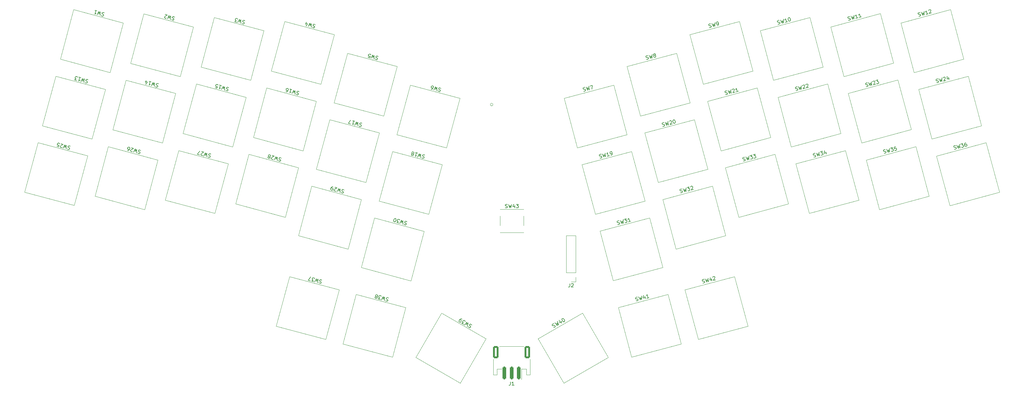
<source format=gto>
G04 #@! TF.GenerationSoftware,KiCad,Pcbnew,(6.0.8-1)-1*
G04 #@! TF.CreationDate,2022-11-12T18:34:57-05:00*
G04 #@! TF.ProjectId,ergo3by6plus3nonSplit,6572676f-3362-4793-9670-6c7573336e6f,rev?*
G04 #@! TF.SameCoordinates,Original*
G04 #@! TF.FileFunction,Legend,Top*
G04 #@! TF.FilePolarity,Positive*
%FSLAX46Y46*%
G04 Gerber Fmt 4.6, Leading zero omitted, Abs format (unit mm)*
G04 Created by KiCad (PCBNEW (6.0.8-1)-1) date 2022-11-12 18:34:57*
%MOMM*%
%LPD*%
G01*
G04 APERTURE LIST*
G04 Aperture macros list*
%AMRoundRect*
0 Rectangle with rounded corners*
0 $1 Rounding radius*
0 $2 $3 $4 $5 $6 $7 $8 $9 X,Y pos of 4 corners*
0 Add a 4 corners polygon primitive as box body*
4,1,4,$2,$3,$4,$5,$6,$7,$8,$9,$2,$3,0*
0 Add four circle primitives for the rounded corners*
1,1,$1+$1,$2,$3*
1,1,$1+$1,$4,$5*
1,1,$1+$1,$6,$7*
1,1,$1+$1,$8,$9*
0 Add four rect primitives between the rounded corners*
20,1,$1+$1,$2,$3,$4,$5,0*
20,1,$1+$1,$4,$5,$6,$7,0*
20,1,$1+$1,$6,$7,$8,$9,0*
20,1,$1+$1,$8,$9,$2,$3,0*%
G04 Aperture macros list end*
%ADD10C,0.150000*%
%ADD11C,0.120000*%
%ADD12R,1.700000X1.700000*%
%ADD13O,1.700000X1.700000*%
%ADD14C,0.939800*%
%ADD15RoundRect,0.250000X0.250000X1.500000X-0.250000X1.500000X-0.250000X-1.500000X0.250000X-1.500000X0*%
%ADD16RoundRect,0.250001X0.499999X1.449999X-0.499999X1.449999X-0.499999X-1.449999X0.499999X-1.449999X0*%
%ADD17C,1.750000*%
%ADD18C,3.050000*%
%ADD19C,4.000000*%
%ADD20R,1.550000X1.300000*%
%ADD21R,1.600000X1.600000*%
%ADD22C,1.600000*%
G04 APERTURE END LIST*
D10*
X163776666Y-132752380D02*
X163776666Y-133466666D01*
X163729047Y-133609523D01*
X163633809Y-133704761D01*
X163490952Y-133752380D01*
X163395714Y-133752380D01*
X164205238Y-132847619D02*
X164252857Y-132800000D01*
X164348095Y-132752380D01*
X164586190Y-132752380D01*
X164681428Y-132800000D01*
X164729047Y-132847619D01*
X164776666Y-132942857D01*
X164776666Y-133038095D01*
X164729047Y-133180952D01*
X164157619Y-133752380D01*
X164776666Y-133752380D01*
X147376666Y-159922380D02*
X147376666Y-160636666D01*
X147329047Y-160779523D01*
X147233809Y-160874761D01*
X147090952Y-160922380D01*
X146995714Y-160922380D01*
X148376666Y-160922380D02*
X147805238Y-160922380D01*
X148090952Y-160922380D02*
X148090952Y-159922380D01*
X147995714Y-160065238D01*
X147900476Y-160160476D01*
X147805238Y-160208095D01*
X136689474Y-144226024D02*
X136589566Y-144113356D01*
X136383369Y-143994309D01*
X136277081Y-143987929D01*
X136212032Y-144005359D01*
X136123174Y-144064028D01*
X136075555Y-144146507D01*
X136069175Y-144252795D01*
X136086605Y-144317844D01*
X136145274Y-144406702D01*
X136286422Y-144543179D01*
X136345091Y-144632038D01*
X136362520Y-144697086D01*
X136356141Y-144803375D01*
X136308522Y-144885853D01*
X136219663Y-144944522D01*
X136154614Y-144961952D01*
X136048326Y-144955572D01*
X135842130Y-144836525D01*
X135742221Y-144723857D01*
X135429737Y-144598429D02*
X135723540Y-143613356D01*
X135201440Y-144136708D01*
X135393626Y-143422880D01*
X134687429Y-144169858D01*
X134439993Y-144027001D02*
X133903882Y-143717477D01*
X134383034Y-143554229D01*
X134259316Y-143482801D01*
X134200647Y-143393942D01*
X134183217Y-143328894D01*
X134189597Y-143222605D01*
X134308644Y-143016409D01*
X134397503Y-142957740D01*
X134462552Y-142940310D01*
X134568840Y-142946690D01*
X134816276Y-143089547D01*
X134874945Y-143178405D01*
X134892374Y-143243454D01*
X133991489Y-142613356D02*
X133826532Y-142518118D01*
X133720244Y-142511739D01*
X133655195Y-142529168D01*
X133501288Y-142605267D01*
X133364811Y-142746415D01*
X133174334Y-143076329D01*
X133167955Y-143182618D01*
X133185385Y-143247666D01*
X133244054Y-143336525D01*
X133409011Y-143431763D01*
X133515299Y-143438143D01*
X133580348Y-143420713D01*
X133669206Y-143362044D01*
X133788254Y-143155847D01*
X133794634Y-143049559D01*
X133777204Y-142984510D01*
X133718535Y-142895652D01*
X133553577Y-142800414D01*
X133447289Y-142794034D01*
X133382240Y-142811464D01*
X133293382Y-142870133D01*
X54563213Y-59001715D02*
X54437548Y-58918744D01*
X54207566Y-58857120D01*
X54103248Y-58878467D01*
X54044927Y-58912139D01*
X53974281Y-58991807D01*
X53949631Y-59083800D01*
X53970979Y-59188118D01*
X54004650Y-59246439D01*
X54084319Y-59317085D01*
X54255980Y-59412380D01*
X54335648Y-59483026D01*
X54369320Y-59541347D01*
X54390667Y-59645665D01*
X54366017Y-59737658D01*
X54295371Y-59817326D01*
X54237050Y-59850998D01*
X54132732Y-59872345D01*
X53902750Y-59810721D01*
X53777085Y-59727751D01*
X53442785Y-59687474D02*
X53471622Y-58659925D01*
X53102766Y-59300573D01*
X53103650Y-58561327D01*
X52614849Y-59465629D01*
X52317523Y-59287363D02*
X52259202Y-59321035D01*
X52154884Y-59342382D01*
X51924902Y-59280759D01*
X51845234Y-59210113D01*
X51811562Y-59151792D01*
X51790215Y-59047474D01*
X51814864Y-58955481D01*
X51897835Y-58829816D01*
X52597689Y-58425755D01*
X51999735Y-58265534D01*
X74013213Y-60051715D02*
X73887548Y-59968744D01*
X73657566Y-59907120D01*
X73553248Y-59928467D01*
X73494927Y-59962139D01*
X73424281Y-60041807D01*
X73399631Y-60133800D01*
X73420979Y-60238118D01*
X73454650Y-60296439D01*
X73534319Y-60367085D01*
X73705980Y-60462380D01*
X73785648Y-60533026D01*
X73819320Y-60591347D01*
X73840667Y-60695665D01*
X73816017Y-60787658D01*
X73745371Y-60867326D01*
X73687050Y-60900998D01*
X73582732Y-60922345D01*
X73352750Y-60860721D01*
X73227085Y-60777751D01*
X72892785Y-60737474D02*
X72921622Y-59709925D01*
X72552766Y-60350573D01*
X72553650Y-59611327D01*
X72064849Y-60515629D01*
X71788870Y-60441681D02*
X71190916Y-60281460D01*
X71611489Y-59999761D01*
X71473500Y-59962787D01*
X71393832Y-59892141D01*
X71360160Y-59833820D01*
X71338813Y-59729502D01*
X71400436Y-59499520D01*
X71471082Y-59419852D01*
X71529403Y-59386180D01*
X71633721Y-59364833D01*
X71909700Y-59438781D01*
X71989368Y-59509427D01*
X72023040Y-59567748D01*
X93438213Y-61126715D02*
X93312548Y-61043744D01*
X93082566Y-60982120D01*
X92978248Y-61003467D01*
X92919927Y-61037139D01*
X92849281Y-61116807D01*
X92824631Y-61208800D01*
X92845979Y-61313118D01*
X92879650Y-61371439D01*
X92959319Y-61442085D01*
X93130980Y-61537380D01*
X93210648Y-61608026D01*
X93244320Y-61666347D01*
X93265667Y-61770665D01*
X93241017Y-61862658D01*
X93170371Y-61942326D01*
X93112050Y-61975998D01*
X93007732Y-61997345D01*
X92777750Y-61935721D01*
X92652085Y-61852751D01*
X92317785Y-61812474D02*
X92346622Y-60784925D01*
X91977766Y-61425573D01*
X91978650Y-60686327D01*
X91489849Y-61590629D01*
X90794182Y-61059134D02*
X90966728Y-60415183D01*
X90925567Y-61488729D02*
X91340420Y-60860406D01*
X90742466Y-60700185D01*
X110813213Y-69926715D02*
X110687548Y-69843744D01*
X110457566Y-69782120D01*
X110353248Y-69803467D01*
X110294927Y-69837139D01*
X110224281Y-69916807D01*
X110199631Y-70008800D01*
X110220979Y-70113118D01*
X110254650Y-70171439D01*
X110334319Y-70242085D01*
X110505980Y-70337380D01*
X110585648Y-70408026D01*
X110619320Y-70466347D01*
X110640667Y-70570665D01*
X110616017Y-70662658D01*
X110545371Y-70742326D01*
X110487050Y-70775998D01*
X110382732Y-70797345D01*
X110152750Y-70735721D01*
X110027085Y-70652751D01*
X109692785Y-70612474D02*
X109721622Y-69584925D01*
X109352766Y-70225573D01*
X109353650Y-69486327D01*
X108864849Y-70390629D01*
X108036913Y-70168785D02*
X108496877Y-70292032D01*
X108666121Y-69844392D01*
X108607800Y-69878063D01*
X108503482Y-69899411D01*
X108273500Y-69837787D01*
X108193832Y-69767141D01*
X108160160Y-69708820D01*
X108138813Y-69604502D01*
X108200436Y-69374520D01*
X108271082Y-69294852D01*
X108329403Y-69261180D01*
X108433721Y-69239833D01*
X108663703Y-69301456D01*
X108743372Y-69372102D01*
X108777043Y-69430424D01*
X128163213Y-78726715D02*
X128037548Y-78643744D01*
X127807566Y-78582120D01*
X127703248Y-78603467D01*
X127644927Y-78637139D01*
X127574281Y-78716807D01*
X127549631Y-78808800D01*
X127570979Y-78913118D01*
X127604650Y-78971439D01*
X127684319Y-79042085D01*
X127855980Y-79137380D01*
X127935648Y-79208026D01*
X127969320Y-79266347D01*
X127990667Y-79370665D01*
X127966017Y-79462658D01*
X127895371Y-79542326D01*
X127837050Y-79575998D01*
X127732732Y-79597345D01*
X127502750Y-79535721D01*
X127377085Y-79452751D01*
X127042785Y-79412474D02*
X127071622Y-78384925D01*
X126702766Y-79025573D01*
X126703650Y-78286327D01*
X126214849Y-79190629D01*
X125432909Y-78981109D02*
X125616895Y-79030408D01*
X125721213Y-79009061D01*
X125779534Y-78975389D01*
X125908501Y-78862049D01*
X126003796Y-78690388D01*
X126102394Y-78322416D01*
X126081047Y-78218099D01*
X126047375Y-78159778D01*
X125967707Y-78089132D01*
X125783721Y-78039833D01*
X125679403Y-78061180D01*
X125621082Y-78094852D01*
X125550436Y-78174520D01*
X125488813Y-78404502D01*
X125510160Y-78508820D01*
X125543832Y-78567141D01*
X125623500Y-78637787D01*
X125807486Y-78687086D01*
X125911803Y-78665739D01*
X125970124Y-78632067D01*
X126040770Y-78552399D01*
X167646306Y-79498655D02*
X167796621Y-79507677D01*
X168026603Y-79446053D01*
X168106271Y-79375407D01*
X168139943Y-79317086D01*
X168161290Y-79212769D01*
X168136641Y-79120776D01*
X168065995Y-79041107D01*
X168007673Y-79007436D01*
X167903356Y-78986089D01*
X167707045Y-78989391D01*
X167602728Y-78968044D01*
X167544406Y-78934372D01*
X167473760Y-78854704D01*
X167449111Y-78762711D01*
X167470458Y-78658393D01*
X167504130Y-78600072D01*
X167583798Y-78529426D01*
X167813780Y-78467803D01*
X167964094Y-78476825D01*
X168273745Y-78344556D02*
X168762546Y-79248858D01*
X168761662Y-78509612D01*
X169130518Y-79150260D01*
X169101681Y-78122711D01*
X169377660Y-78048762D02*
X170021611Y-77876216D01*
X169866462Y-78953065D01*
X185016306Y-70708655D02*
X185166621Y-70717677D01*
X185396603Y-70656053D01*
X185476271Y-70585407D01*
X185509943Y-70527086D01*
X185531290Y-70422769D01*
X185506641Y-70330776D01*
X185435995Y-70251107D01*
X185377673Y-70217436D01*
X185273356Y-70196089D01*
X185077045Y-70199391D01*
X184972728Y-70178044D01*
X184914406Y-70144372D01*
X184843760Y-70064704D01*
X184819111Y-69972711D01*
X184840458Y-69868393D01*
X184874130Y-69810072D01*
X184953798Y-69739426D01*
X185183780Y-69677803D01*
X185334094Y-69686825D01*
X185643745Y-69554556D02*
X186132546Y-70458858D01*
X186131662Y-69719612D01*
X186500518Y-70360260D01*
X186471681Y-69332711D01*
X187088565Y-69611107D02*
X186984247Y-69589760D01*
X186925926Y-69556088D01*
X186855280Y-69476420D01*
X186842956Y-69430424D01*
X186864303Y-69326106D01*
X186897974Y-69267785D01*
X186977643Y-69197139D01*
X187161628Y-69147840D01*
X187265946Y-69169187D01*
X187324267Y-69202859D01*
X187394913Y-69282527D01*
X187407238Y-69328523D01*
X187385891Y-69432841D01*
X187352219Y-69491162D01*
X187272551Y-69561808D01*
X187088565Y-69611107D01*
X187008897Y-69681753D01*
X186975225Y-69740074D01*
X186953878Y-69844392D01*
X187003177Y-70028378D01*
X187073823Y-70108046D01*
X187132144Y-70141718D01*
X187236462Y-70163065D01*
X187420448Y-70113766D01*
X187500116Y-70043120D01*
X187533788Y-69984799D01*
X187555135Y-69880481D01*
X187505836Y-69696495D01*
X187435190Y-69616827D01*
X187376869Y-69583155D01*
X187272551Y-69561808D01*
X202371306Y-61908655D02*
X202521621Y-61917677D01*
X202751603Y-61856053D01*
X202831271Y-61785407D01*
X202864943Y-61727086D01*
X202886290Y-61622769D01*
X202861641Y-61530776D01*
X202790995Y-61451107D01*
X202732673Y-61417436D01*
X202628356Y-61396089D01*
X202432045Y-61399391D01*
X202327728Y-61378044D01*
X202269406Y-61344372D01*
X202198760Y-61264704D01*
X202174111Y-61172711D01*
X202195458Y-61068393D01*
X202229130Y-61010072D01*
X202308798Y-60939426D01*
X202538780Y-60877803D01*
X202689094Y-60886825D01*
X202998745Y-60754556D02*
X203487546Y-61658858D01*
X203486662Y-60919612D01*
X203855518Y-61560260D01*
X203826681Y-60532711D01*
X204499469Y-61387714D02*
X204683455Y-61338415D01*
X204763123Y-61267769D01*
X204796795Y-61209448D01*
X204851813Y-61046809D01*
X204848511Y-60850499D01*
X204749913Y-60482527D01*
X204679267Y-60402859D01*
X204620946Y-60369187D01*
X204516628Y-60347840D01*
X204332643Y-60397139D01*
X204252974Y-60467785D01*
X204219303Y-60526106D01*
X204197956Y-60630424D01*
X204259579Y-60860406D01*
X204330225Y-60940074D01*
X204388546Y-60973746D01*
X204492864Y-60995093D01*
X204676850Y-60945794D01*
X204756518Y-60875148D01*
X204790190Y-60816827D01*
X204811537Y-60712509D01*
X221336342Y-60956902D02*
X221486656Y-60965924D01*
X221716638Y-60904300D01*
X221796306Y-60833655D01*
X221829978Y-60775333D01*
X221851325Y-60671016D01*
X221826676Y-60579023D01*
X221756030Y-60499355D01*
X221697709Y-60465683D01*
X221593391Y-60444336D01*
X221397081Y-60447638D01*
X221292763Y-60426291D01*
X221234442Y-60392619D01*
X221163796Y-60312951D01*
X221139146Y-60220958D01*
X221160493Y-60116641D01*
X221194165Y-60058319D01*
X221273833Y-59987673D01*
X221503816Y-59926050D01*
X221654130Y-59935072D01*
X221963780Y-59802803D02*
X222452582Y-60707105D01*
X222451697Y-59967859D01*
X222820553Y-60608507D01*
X222791717Y-59580958D01*
X223924469Y-60312714D02*
X223372511Y-60460611D01*
X223648490Y-60386662D02*
X223389671Y-59420737D01*
X223334652Y-59583375D01*
X223267309Y-59700018D01*
X223187640Y-59770664D01*
X224263604Y-59186567D02*
X224355597Y-59161917D01*
X224459914Y-59183265D01*
X224518236Y-59216936D01*
X224588881Y-59296604D01*
X224684177Y-59468266D01*
X224745800Y-59698248D01*
X224749103Y-59894559D01*
X224727756Y-59998876D01*
X224694084Y-60057197D01*
X224614416Y-60127843D01*
X224522423Y-60152493D01*
X224418105Y-60131146D01*
X224359784Y-60097474D01*
X224289138Y-60017806D01*
X224193843Y-59846145D01*
X224132219Y-59616162D01*
X224128917Y-59419852D01*
X224150264Y-59315534D01*
X224183936Y-59257213D01*
X224263604Y-59186567D01*
X240811342Y-59881902D02*
X240961656Y-59890924D01*
X241191638Y-59829300D01*
X241271306Y-59758655D01*
X241304978Y-59700333D01*
X241326325Y-59596016D01*
X241301676Y-59504023D01*
X241231030Y-59424355D01*
X241172709Y-59390683D01*
X241068391Y-59369336D01*
X240872081Y-59372638D01*
X240767763Y-59351291D01*
X240709442Y-59317619D01*
X240638796Y-59237951D01*
X240614146Y-59145958D01*
X240635493Y-59041641D01*
X240669165Y-58983319D01*
X240748833Y-58912673D01*
X240978816Y-58851050D01*
X241129130Y-58860072D01*
X241438780Y-58727803D02*
X241927582Y-59632105D01*
X241926697Y-58892859D01*
X242295553Y-59533507D01*
X242266717Y-58505958D01*
X243399469Y-59237714D02*
X242847511Y-59385611D01*
X243123490Y-59311662D02*
X242864671Y-58345737D01*
X242809652Y-58508375D01*
X242742309Y-58625018D01*
X242662640Y-58695664D01*
X244319398Y-58991220D02*
X243767440Y-59139116D01*
X244043419Y-59065168D02*
X243784600Y-58099242D01*
X243729581Y-58261881D01*
X243662238Y-58378523D01*
X243582570Y-58449169D01*
X260211342Y-58781902D02*
X260361656Y-58790924D01*
X260591638Y-58729300D01*
X260671306Y-58658655D01*
X260704978Y-58600333D01*
X260726325Y-58496016D01*
X260701676Y-58404023D01*
X260631030Y-58324355D01*
X260572709Y-58290683D01*
X260468391Y-58269336D01*
X260272081Y-58272638D01*
X260167763Y-58251291D01*
X260109442Y-58217619D01*
X260038796Y-58137951D01*
X260014146Y-58045958D01*
X260035493Y-57941641D01*
X260069165Y-57883319D01*
X260148833Y-57812673D01*
X260378816Y-57751050D01*
X260529130Y-57760072D01*
X260838780Y-57627803D02*
X261327582Y-58532105D01*
X261326697Y-57792859D01*
X261695553Y-58433507D01*
X261666717Y-57405958D01*
X262799469Y-58137714D02*
X262247511Y-58285611D01*
X262523490Y-58211662D02*
X262264671Y-57245737D01*
X262209652Y-57408375D01*
X262142309Y-57525018D01*
X262062640Y-57595664D01*
X262933271Y-57165183D02*
X262966943Y-57106862D01*
X263046611Y-57036216D01*
X263276593Y-56974593D01*
X263380911Y-56995940D01*
X263439232Y-57029612D01*
X263509878Y-57109280D01*
X263534527Y-57201273D01*
X263525505Y-57351587D01*
X263121444Y-58051441D01*
X263719398Y-57891220D01*
X30673177Y-76399962D02*
X30547513Y-76316991D01*
X30317530Y-76255368D01*
X30213213Y-76276715D01*
X30154892Y-76310386D01*
X30084246Y-76390055D01*
X30059596Y-76482047D01*
X30080943Y-76586365D01*
X30114615Y-76644686D01*
X30194283Y-76715332D01*
X30365944Y-76810628D01*
X30445613Y-76881273D01*
X30479284Y-76939595D01*
X30500631Y-77043912D01*
X30475982Y-77135905D01*
X30405336Y-77215573D01*
X30347015Y-77249245D01*
X30242697Y-77270592D01*
X30012715Y-77208969D01*
X29887050Y-77125998D01*
X29552750Y-77085721D02*
X29581587Y-76058172D01*
X29212730Y-76698820D01*
X29213615Y-75959574D01*
X28724814Y-76863877D01*
X28109700Y-75663781D02*
X28661657Y-75811678D01*
X28385679Y-75737729D02*
X28126860Y-76703655D01*
X28255827Y-76590315D01*
X28372469Y-76522972D01*
X28476787Y-76501625D01*
X27528906Y-76543434D02*
X26930951Y-76383213D01*
X27351524Y-76101514D01*
X27213535Y-76064540D01*
X27133867Y-75993894D01*
X27100195Y-75935573D01*
X27078848Y-75831255D01*
X27140472Y-75601273D01*
X27211118Y-75521604D01*
X27269439Y-75487933D01*
X27373756Y-75466586D01*
X27649735Y-75540534D01*
X27729403Y-75611180D01*
X27763075Y-75669501D01*
X50105954Y-77519514D02*
X49980290Y-77436543D01*
X49750307Y-77374920D01*
X49645990Y-77396267D01*
X49587669Y-77429938D01*
X49517023Y-77509607D01*
X49492373Y-77601599D01*
X49513720Y-77705917D01*
X49547392Y-77764238D01*
X49627060Y-77834884D01*
X49798721Y-77930180D01*
X49878390Y-78000825D01*
X49912061Y-78059147D01*
X49933408Y-78163464D01*
X49908759Y-78255457D01*
X49838113Y-78335125D01*
X49779792Y-78368797D01*
X49675474Y-78390144D01*
X49445492Y-78328521D01*
X49319827Y-78245550D01*
X48985527Y-78205273D02*
X49014364Y-77177724D01*
X48645507Y-77818372D01*
X48646392Y-77079126D01*
X48157591Y-77983429D01*
X47542477Y-76783333D02*
X48094434Y-76931230D01*
X47818456Y-76857281D02*
X47559637Y-77823207D01*
X47688604Y-77709867D01*
X47805246Y-77642524D01*
X47909564Y-77621177D01*
X46541994Y-77205439D02*
X46714540Y-76561488D01*
X46673379Y-77635034D02*
X47088232Y-77006711D01*
X46490278Y-76846489D01*
X69523177Y-78574962D02*
X69397513Y-78491991D01*
X69167530Y-78430368D01*
X69063213Y-78451715D01*
X69004892Y-78485386D01*
X68934246Y-78565055D01*
X68909596Y-78657047D01*
X68930943Y-78761365D01*
X68964615Y-78819686D01*
X69044283Y-78890332D01*
X69215944Y-78985628D01*
X69295613Y-79056273D01*
X69329284Y-79114595D01*
X69350631Y-79218912D01*
X69325982Y-79310905D01*
X69255336Y-79390573D01*
X69197015Y-79424245D01*
X69092697Y-79445592D01*
X68862715Y-79383969D01*
X68737050Y-79300998D01*
X68402750Y-79260721D02*
X68431587Y-78233172D01*
X68062730Y-78873820D01*
X68063615Y-78134574D01*
X67574814Y-79038877D01*
X66959700Y-77838781D02*
X67511657Y-77986678D01*
X67235679Y-77912729D02*
X66976860Y-78878655D01*
X67105827Y-78765315D01*
X67222469Y-78697972D01*
X67326787Y-78676625D01*
X65826948Y-78570537D02*
X66286913Y-78693785D01*
X66456156Y-78246145D01*
X66397835Y-78279816D01*
X66293517Y-78301163D01*
X66063535Y-78239540D01*
X65983867Y-78168894D01*
X65950195Y-78110573D01*
X65928848Y-78006255D01*
X65990472Y-77776273D01*
X66061118Y-77696604D01*
X66119439Y-77662933D01*
X66223756Y-77641586D01*
X66453739Y-77703209D01*
X66533407Y-77773855D01*
X66567079Y-77832176D01*
X88973177Y-79674962D02*
X88847513Y-79591991D01*
X88617530Y-79530368D01*
X88513213Y-79551715D01*
X88454892Y-79585386D01*
X88384246Y-79665055D01*
X88359596Y-79757047D01*
X88380943Y-79861365D01*
X88414615Y-79919686D01*
X88494283Y-79990332D01*
X88665944Y-80085628D01*
X88745613Y-80156273D01*
X88779284Y-80214595D01*
X88800631Y-80318912D01*
X88775982Y-80410905D01*
X88705336Y-80490573D01*
X88647015Y-80524245D01*
X88542697Y-80545592D01*
X88312715Y-80483969D01*
X88187050Y-80400998D01*
X87852750Y-80360721D02*
X87881587Y-79333172D01*
X87512730Y-79973820D01*
X87513615Y-79234574D01*
X87024814Y-80138877D01*
X86409700Y-78938781D02*
X86961657Y-79086678D01*
X86685679Y-79012729D02*
X86426860Y-79978655D01*
X86555827Y-79865315D01*
X86672469Y-79797972D01*
X86776787Y-79776625D01*
X85322944Y-79682862D02*
X85506930Y-79732161D01*
X85611248Y-79710814D01*
X85669569Y-79677142D01*
X85798536Y-79563802D01*
X85893832Y-79392141D01*
X85992429Y-79024169D01*
X85971082Y-78919852D01*
X85937410Y-78861530D01*
X85857742Y-78790885D01*
X85673756Y-78741586D01*
X85569439Y-78762933D01*
X85511118Y-78796604D01*
X85440472Y-78876273D01*
X85378848Y-79106255D01*
X85400195Y-79210573D01*
X85433867Y-79268894D01*
X85513535Y-79339540D01*
X85697521Y-79388839D01*
X85801839Y-79367492D01*
X85860160Y-79333820D01*
X85930806Y-79254152D01*
X106348177Y-88449962D02*
X106222513Y-88366991D01*
X105992530Y-88305368D01*
X105888213Y-88326715D01*
X105829892Y-88360386D01*
X105759246Y-88440055D01*
X105734596Y-88532047D01*
X105755943Y-88636365D01*
X105789615Y-88694686D01*
X105869283Y-88765332D01*
X106040944Y-88860628D01*
X106120613Y-88931273D01*
X106154284Y-88989595D01*
X106175631Y-89093912D01*
X106150982Y-89185905D01*
X106080336Y-89265573D01*
X106022015Y-89299245D01*
X105917697Y-89320592D01*
X105687715Y-89258969D01*
X105562050Y-89175998D01*
X105227750Y-89135721D02*
X105256587Y-88108172D01*
X104887730Y-88748820D01*
X104888615Y-88009574D01*
X104399814Y-88913877D01*
X103784700Y-87713781D02*
X104336657Y-87861678D01*
X104060679Y-87787729D02*
X103801860Y-88753655D01*
X103930827Y-88640315D01*
X104047469Y-88572972D01*
X104151787Y-88551625D01*
X103203906Y-88593434D02*
X102559955Y-88420888D01*
X103232742Y-87565885D01*
X123703177Y-97239962D02*
X123577513Y-97156991D01*
X123347530Y-97095368D01*
X123243213Y-97116715D01*
X123184892Y-97150386D01*
X123114246Y-97230055D01*
X123089596Y-97322047D01*
X123110943Y-97426365D01*
X123144615Y-97484686D01*
X123224283Y-97555332D01*
X123395944Y-97650628D01*
X123475613Y-97721273D01*
X123509284Y-97779595D01*
X123530631Y-97883912D01*
X123505982Y-97975905D01*
X123435336Y-98055573D01*
X123377015Y-98089245D01*
X123272697Y-98110592D01*
X123042715Y-98048969D01*
X122917050Y-97965998D01*
X122582750Y-97925721D02*
X122611587Y-96898172D01*
X122242730Y-97538820D01*
X122243615Y-96799574D01*
X121754814Y-97703877D01*
X121139700Y-96503781D02*
X121691657Y-96651678D01*
X121415679Y-96577729D02*
X121156860Y-97543655D01*
X121285827Y-97430315D01*
X121402469Y-97362972D01*
X121506787Y-97341625D01*
X120439846Y-96907842D02*
X120519514Y-96978488D01*
X120553186Y-97036809D01*
X120574533Y-97141127D01*
X120562208Y-97187123D01*
X120491562Y-97266792D01*
X120433241Y-97300463D01*
X120328923Y-97321810D01*
X120144937Y-97272512D01*
X120065269Y-97201866D01*
X120031597Y-97143544D01*
X120010250Y-97039227D01*
X120022575Y-96993230D01*
X120093221Y-96913562D01*
X120151542Y-96879890D01*
X120255860Y-96858543D01*
X120439846Y-96907842D01*
X120544163Y-96886495D01*
X120602485Y-96852823D01*
X120673130Y-96773155D01*
X120722429Y-96589169D01*
X120701082Y-96484852D01*
X120667410Y-96426530D01*
X120587742Y-96355885D01*
X120403756Y-96306586D01*
X120299439Y-96327933D01*
X120241118Y-96361604D01*
X120170472Y-96441273D01*
X120121173Y-96625259D01*
X120142520Y-96729576D01*
X120176192Y-96787897D01*
X120255860Y-96858543D01*
X172116342Y-98021902D02*
X172266656Y-98030924D01*
X172496638Y-97969300D01*
X172576306Y-97898655D01*
X172609978Y-97840333D01*
X172631325Y-97736016D01*
X172606676Y-97644023D01*
X172536030Y-97564355D01*
X172477709Y-97530683D01*
X172373391Y-97509336D01*
X172177081Y-97512638D01*
X172072763Y-97491291D01*
X172014442Y-97457619D01*
X171943796Y-97377951D01*
X171919146Y-97285958D01*
X171940493Y-97181641D01*
X171974165Y-97123319D01*
X172053833Y-97052673D01*
X172283816Y-96991050D01*
X172434130Y-97000072D01*
X172743780Y-96867803D02*
X173232582Y-97772105D01*
X173231697Y-97032859D01*
X173600553Y-97673507D01*
X173571717Y-96645958D01*
X174704469Y-97377714D02*
X174152511Y-97525611D01*
X174428490Y-97451662D02*
X174169671Y-96485737D01*
X174114652Y-96648375D01*
X174047309Y-96765018D01*
X173967640Y-96835664D01*
X175164433Y-97254467D02*
X175348419Y-97205168D01*
X175428087Y-97134522D01*
X175461759Y-97076201D01*
X175516778Y-96913562D01*
X175513476Y-96717252D01*
X175414878Y-96349280D01*
X175344232Y-96269612D01*
X175285911Y-96235940D01*
X175181593Y-96214593D01*
X174997607Y-96263892D01*
X174917939Y-96334538D01*
X174884267Y-96392859D01*
X174862920Y-96497176D01*
X174924544Y-96727159D01*
X174995190Y-96806827D01*
X175053511Y-96840499D01*
X175157829Y-96861846D01*
X175341814Y-96812547D01*
X175421483Y-96741901D01*
X175455154Y-96683580D01*
X175476501Y-96579262D01*
X189486342Y-89231902D02*
X189636656Y-89240924D01*
X189866638Y-89179300D01*
X189946306Y-89108655D01*
X189979978Y-89050333D01*
X190001325Y-88946016D01*
X189976676Y-88854023D01*
X189906030Y-88774355D01*
X189847709Y-88740683D01*
X189743391Y-88719336D01*
X189547081Y-88722638D01*
X189442763Y-88701291D01*
X189384442Y-88667619D01*
X189313796Y-88587951D01*
X189289146Y-88495958D01*
X189310493Y-88391641D01*
X189344165Y-88333319D01*
X189423833Y-88262673D01*
X189653816Y-88201050D01*
X189804130Y-88210072D01*
X190113780Y-88077803D02*
X190602582Y-88982105D01*
X190601697Y-88242859D01*
X190970553Y-88883507D01*
X190941717Y-87855958D01*
X191288342Y-87861678D02*
X191322013Y-87803357D01*
X191401681Y-87732711D01*
X191631664Y-87671087D01*
X191735981Y-87692434D01*
X191794303Y-87726106D01*
X191864949Y-87805774D01*
X191889598Y-87897767D01*
X191880576Y-88048081D01*
X191476515Y-88747935D01*
X192074469Y-88587714D01*
X192413604Y-87461567D02*
X192505597Y-87436917D01*
X192609914Y-87458265D01*
X192668236Y-87491936D01*
X192738881Y-87571604D01*
X192834177Y-87743266D01*
X192895800Y-87973248D01*
X192899103Y-88169559D01*
X192877756Y-88273876D01*
X192844084Y-88332197D01*
X192764416Y-88402843D01*
X192672423Y-88427493D01*
X192568105Y-88406146D01*
X192509784Y-88372474D01*
X192439138Y-88292806D01*
X192343843Y-88121145D01*
X192282219Y-87891162D01*
X192278917Y-87694852D01*
X192300264Y-87590534D01*
X192333936Y-87532213D01*
X192413604Y-87461567D01*
X206836342Y-80456902D02*
X206986656Y-80465924D01*
X207216638Y-80404300D01*
X207296306Y-80333655D01*
X207329978Y-80275333D01*
X207351325Y-80171016D01*
X207326676Y-80079023D01*
X207256030Y-79999355D01*
X207197709Y-79965683D01*
X207093391Y-79944336D01*
X206897081Y-79947638D01*
X206792763Y-79926291D01*
X206734442Y-79892619D01*
X206663796Y-79812951D01*
X206639146Y-79720958D01*
X206660493Y-79616641D01*
X206694165Y-79558319D01*
X206773833Y-79487673D01*
X207003816Y-79426050D01*
X207154130Y-79435072D01*
X207463780Y-79302803D02*
X207952582Y-80207105D01*
X207951697Y-79467859D01*
X208320553Y-80108507D01*
X208291717Y-79080958D01*
X208638342Y-79086678D02*
X208672013Y-79028357D01*
X208751681Y-78957711D01*
X208981664Y-78896087D01*
X209085981Y-78917434D01*
X209144303Y-78951106D01*
X209214949Y-79030774D01*
X209239598Y-79122767D01*
X209230576Y-79273081D01*
X208826515Y-79972935D01*
X209424469Y-79812714D01*
X210344398Y-79566220D02*
X209792440Y-79714116D01*
X210068419Y-79640168D02*
X209809600Y-78674242D01*
X209754581Y-78836881D01*
X209687238Y-78953523D01*
X209607570Y-79024169D01*
X245686342Y-78256902D02*
X245836656Y-78265924D01*
X246066638Y-78204300D01*
X246146306Y-78133655D01*
X246179978Y-78075333D01*
X246201325Y-77971016D01*
X246176676Y-77879023D01*
X246106030Y-77799355D01*
X246047709Y-77765683D01*
X245943391Y-77744336D01*
X245747081Y-77747638D01*
X245642763Y-77726291D01*
X245584442Y-77692619D01*
X245513796Y-77612951D01*
X245489146Y-77520958D01*
X245510493Y-77416641D01*
X245544165Y-77358319D01*
X245623833Y-77287673D01*
X245853816Y-77226050D01*
X246004130Y-77235072D01*
X246313780Y-77102803D02*
X246802582Y-78007105D01*
X246801697Y-77267859D01*
X247170553Y-77908507D01*
X247141717Y-76880958D01*
X247488342Y-76886678D02*
X247522013Y-76828357D01*
X247601681Y-76757711D01*
X247831664Y-76696087D01*
X247935981Y-76717434D01*
X247994303Y-76751106D01*
X248064949Y-76830774D01*
X248089598Y-76922767D01*
X248080576Y-77073081D01*
X247676515Y-77772935D01*
X248274469Y-77612714D01*
X248337625Y-76560515D02*
X248935579Y-76400294D01*
X248712201Y-76854539D01*
X248850191Y-76817565D01*
X248954509Y-76838912D01*
X249012830Y-76872583D01*
X249083476Y-76952252D01*
X249145099Y-77182234D01*
X249123752Y-77286552D01*
X249090080Y-77344873D01*
X249010412Y-77415519D01*
X248734433Y-77489467D01*
X248630116Y-77468120D01*
X248571795Y-77434448D01*
X265146342Y-77181902D02*
X265296656Y-77190924D01*
X265526638Y-77129300D01*
X265606306Y-77058655D01*
X265639978Y-77000333D01*
X265661325Y-76896016D01*
X265636676Y-76804023D01*
X265566030Y-76724355D01*
X265507709Y-76690683D01*
X265403391Y-76669336D01*
X265207081Y-76672638D01*
X265102763Y-76651291D01*
X265044442Y-76617619D01*
X264973796Y-76537951D01*
X264949146Y-76445958D01*
X264970493Y-76341641D01*
X265004165Y-76283319D01*
X265083833Y-76212673D01*
X265313816Y-76151050D01*
X265464130Y-76160072D01*
X265773780Y-76027803D02*
X266262582Y-76932105D01*
X266261697Y-76192859D01*
X266630553Y-76833507D01*
X266601717Y-75805958D01*
X266948342Y-75811678D02*
X266982013Y-75753357D01*
X267061681Y-75682711D01*
X267291664Y-75621087D01*
X267395981Y-75642434D01*
X267454303Y-75676106D01*
X267524949Y-75755774D01*
X267549598Y-75847767D01*
X267540576Y-75998081D01*
X267136515Y-76697935D01*
X267734469Y-76537714D01*
X268389859Y-75671919D02*
X268562405Y-76315869D01*
X268061279Y-75365570D02*
X268016167Y-76117141D01*
X268614122Y-75956920D01*
X25748177Y-94799962D02*
X25622513Y-94716991D01*
X25392530Y-94655368D01*
X25288213Y-94676715D01*
X25229892Y-94710386D01*
X25159246Y-94790055D01*
X25134596Y-94882047D01*
X25155943Y-94986365D01*
X25189615Y-95044686D01*
X25269283Y-95115332D01*
X25440944Y-95210628D01*
X25520613Y-95281273D01*
X25554284Y-95339595D01*
X25575631Y-95443912D01*
X25550982Y-95535905D01*
X25480336Y-95615573D01*
X25422015Y-95649245D01*
X25317697Y-95670592D01*
X25087715Y-95608969D01*
X24962050Y-95525998D01*
X24627750Y-95485721D02*
X24656587Y-94458172D01*
X24287730Y-95098820D01*
X24288615Y-94359574D01*
X23799814Y-95263877D01*
X23502488Y-95085611D02*
X23444167Y-95119282D01*
X23339849Y-95140629D01*
X23109867Y-95079006D01*
X23030198Y-95008360D01*
X22996527Y-94950039D01*
X22975180Y-94845721D01*
X22999829Y-94753728D01*
X23082800Y-94628063D01*
X23782654Y-94224002D01*
X23184700Y-94063781D01*
X22051948Y-94795537D02*
X22511913Y-94918785D01*
X22681156Y-94471145D01*
X22622835Y-94504816D01*
X22518517Y-94526163D01*
X22288535Y-94464540D01*
X22208867Y-94393894D01*
X22175195Y-94335573D01*
X22153848Y-94231255D01*
X22215472Y-94001273D01*
X22286118Y-93921604D01*
X22344439Y-93887933D01*
X22448756Y-93866586D01*
X22678739Y-93928209D01*
X22758407Y-93998855D01*
X22792079Y-94057176D01*
X45183177Y-95919962D02*
X45057513Y-95836991D01*
X44827530Y-95775368D01*
X44723213Y-95796715D01*
X44664892Y-95830386D01*
X44594246Y-95910055D01*
X44569596Y-96002047D01*
X44590943Y-96106365D01*
X44624615Y-96164686D01*
X44704283Y-96235332D01*
X44875944Y-96330628D01*
X44955613Y-96401273D01*
X44989284Y-96459595D01*
X45010631Y-96563912D01*
X44985982Y-96655905D01*
X44915336Y-96735573D01*
X44857015Y-96769245D01*
X44752697Y-96790592D01*
X44522715Y-96728969D01*
X44397050Y-96645998D01*
X44062750Y-96605721D02*
X44091587Y-95578172D01*
X43722730Y-96218820D01*
X43723615Y-95479574D01*
X43234814Y-96383877D01*
X42937488Y-96205611D02*
X42879167Y-96239282D01*
X42774849Y-96260629D01*
X42544867Y-96199006D01*
X42465198Y-96128360D01*
X42431527Y-96070039D01*
X42410180Y-95965721D01*
X42434829Y-95873728D01*
X42517800Y-95748063D01*
X43217654Y-95344002D01*
X42619700Y-95183781D01*
X41532944Y-95927862D02*
X41716930Y-95977161D01*
X41821248Y-95955814D01*
X41879569Y-95922142D01*
X42008536Y-95808802D01*
X42103832Y-95637141D01*
X42202429Y-95269169D01*
X42181082Y-95164852D01*
X42147410Y-95106530D01*
X42067742Y-95035885D01*
X41883756Y-94986586D01*
X41779439Y-95007933D01*
X41721118Y-95041604D01*
X41650472Y-95121273D01*
X41588848Y-95351255D01*
X41610195Y-95455573D01*
X41643867Y-95513894D01*
X41723535Y-95584540D01*
X41907521Y-95633839D01*
X42011839Y-95612492D01*
X42070160Y-95578820D01*
X42140806Y-95499152D01*
X64613177Y-96979962D02*
X64487513Y-96896991D01*
X64257530Y-96835368D01*
X64153213Y-96856715D01*
X64094892Y-96890386D01*
X64024246Y-96970055D01*
X63999596Y-97062047D01*
X64020943Y-97166365D01*
X64054615Y-97224686D01*
X64134283Y-97295332D01*
X64305944Y-97390628D01*
X64385613Y-97461273D01*
X64419284Y-97519595D01*
X64440631Y-97623912D01*
X64415982Y-97715905D01*
X64345336Y-97795573D01*
X64287015Y-97829245D01*
X64182697Y-97850592D01*
X63952715Y-97788969D01*
X63827050Y-97705998D01*
X63492750Y-97665721D02*
X63521587Y-96638172D01*
X63152730Y-97278820D01*
X63153615Y-96539574D01*
X62664814Y-97443877D01*
X62367488Y-97265611D02*
X62309167Y-97299282D01*
X62204849Y-97320629D01*
X61974867Y-97259006D01*
X61895198Y-97188360D01*
X61861527Y-97130039D01*
X61840180Y-97025721D01*
X61864829Y-96933728D01*
X61947800Y-96808063D01*
X62647654Y-96404002D01*
X62049700Y-96243781D01*
X61468906Y-97123434D02*
X60824955Y-96950888D01*
X61497742Y-96095885D01*
X84048177Y-98049962D02*
X83922513Y-97966991D01*
X83692530Y-97905368D01*
X83588213Y-97926715D01*
X83529892Y-97960386D01*
X83459246Y-98040055D01*
X83434596Y-98132047D01*
X83455943Y-98236365D01*
X83489615Y-98294686D01*
X83569283Y-98365332D01*
X83740944Y-98460628D01*
X83820613Y-98531273D01*
X83854284Y-98589595D01*
X83875631Y-98693912D01*
X83850982Y-98785905D01*
X83780336Y-98865573D01*
X83722015Y-98899245D01*
X83617697Y-98920592D01*
X83387715Y-98858969D01*
X83262050Y-98775998D01*
X82927750Y-98735721D02*
X82956587Y-97708172D01*
X82587730Y-98348820D01*
X82588615Y-97609574D01*
X82099814Y-98513877D01*
X81802488Y-98335611D02*
X81744167Y-98369282D01*
X81639849Y-98390629D01*
X81409867Y-98329006D01*
X81330198Y-98258360D01*
X81296527Y-98200039D01*
X81275180Y-98095721D01*
X81299829Y-98003728D01*
X81382800Y-97878063D01*
X82082654Y-97474002D01*
X81484700Y-97313781D01*
X80784846Y-97717842D02*
X80864514Y-97788488D01*
X80898186Y-97846809D01*
X80919533Y-97951127D01*
X80907208Y-97997123D01*
X80836562Y-98076792D01*
X80778241Y-98110463D01*
X80673923Y-98131810D01*
X80489937Y-98082512D01*
X80410269Y-98011866D01*
X80376597Y-97953544D01*
X80355250Y-97849227D01*
X80367575Y-97803230D01*
X80438221Y-97723562D01*
X80496542Y-97689890D01*
X80600860Y-97668543D01*
X80784846Y-97717842D01*
X80889163Y-97696495D01*
X80947485Y-97662823D01*
X81018130Y-97583155D01*
X81067429Y-97399169D01*
X81046082Y-97294852D01*
X81012410Y-97236530D01*
X80932742Y-97165885D01*
X80748756Y-97116586D01*
X80644439Y-97137933D01*
X80586118Y-97171604D01*
X80515472Y-97251273D01*
X80466173Y-97435259D01*
X80487520Y-97539576D01*
X80521192Y-97597897D01*
X80600860Y-97668543D01*
X101403177Y-106859962D02*
X101277513Y-106776991D01*
X101047530Y-106715368D01*
X100943213Y-106736715D01*
X100884892Y-106770386D01*
X100814246Y-106850055D01*
X100789596Y-106942047D01*
X100810943Y-107046365D01*
X100844615Y-107104686D01*
X100924283Y-107175332D01*
X101095944Y-107270628D01*
X101175613Y-107341273D01*
X101209284Y-107399595D01*
X101230631Y-107503912D01*
X101205982Y-107595905D01*
X101135336Y-107675573D01*
X101077015Y-107709245D01*
X100972697Y-107730592D01*
X100742715Y-107668969D01*
X100617050Y-107585998D01*
X100282750Y-107545721D02*
X100311587Y-106518172D01*
X99942730Y-107158820D01*
X99943615Y-106419574D01*
X99454814Y-107323877D01*
X99157488Y-107145611D02*
X99099167Y-107179282D01*
X98994849Y-107200629D01*
X98764867Y-107139006D01*
X98685198Y-107068360D01*
X98651527Y-107010039D01*
X98630180Y-106905721D01*
X98654829Y-106813728D01*
X98737800Y-106688063D01*
X99437654Y-106284002D01*
X98839700Y-106123781D01*
X98379735Y-106000534D02*
X98195749Y-105951235D01*
X98091432Y-105972582D01*
X98033110Y-106006254D01*
X97904143Y-106119594D01*
X97808848Y-106291255D01*
X97710250Y-106659227D01*
X97731597Y-106763544D01*
X97765269Y-106821866D01*
X97844937Y-106892512D01*
X98028923Y-106941810D01*
X98133241Y-106920463D01*
X98191562Y-106886792D01*
X98262208Y-106807123D01*
X98323832Y-106577141D01*
X98302485Y-106472823D01*
X98268813Y-106414502D01*
X98189145Y-106343856D01*
X98005159Y-106294557D01*
X97900841Y-106315904D01*
X97842520Y-106349576D01*
X97771874Y-106429244D01*
X118773177Y-115649962D02*
X118647513Y-115566991D01*
X118417530Y-115505368D01*
X118313213Y-115526715D01*
X118254892Y-115560386D01*
X118184246Y-115640055D01*
X118159596Y-115732047D01*
X118180943Y-115836365D01*
X118214615Y-115894686D01*
X118294283Y-115965332D01*
X118465944Y-116060628D01*
X118545613Y-116131273D01*
X118579284Y-116189595D01*
X118600631Y-116293912D01*
X118575982Y-116385905D01*
X118505336Y-116465573D01*
X118447015Y-116499245D01*
X118342697Y-116520592D01*
X118112715Y-116458969D01*
X117987050Y-116375998D01*
X117652750Y-116335721D02*
X117681587Y-115308172D01*
X117312730Y-115948820D01*
X117313615Y-115209574D01*
X116824814Y-116113877D01*
X116548835Y-116039928D02*
X115950881Y-115879707D01*
X116371454Y-115598008D01*
X116233464Y-115561034D01*
X116153796Y-115490388D01*
X116120124Y-115432067D01*
X116098777Y-115327749D01*
X116160401Y-115097767D01*
X116231047Y-115018099D01*
X116289368Y-114984427D01*
X116393686Y-114963080D01*
X116669665Y-115037028D01*
X116749333Y-115107674D01*
X116783005Y-115165995D01*
X115352927Y-115719486D02*
X115260934Y-115694836D01*
X115181266Y-115624190D01*
X115147594Y-115565869D01*
X115126247Y-115461552D01*
X115129549Y-115265241D01*
X115191173Y-115035259D01*
X115286468Y-114863597D01*
X115357114Y-114783929D01*
X115415435Y-114750257D01*
X115519753Y-114728910D01*
X115611746Y-114753560D01*
X115691414Y-114824206D01*
X115725086Y-114882527D01*
X115746433Y-114986845D01*
X115743130Y-115183155D01*
X115681507Y-115413138D01*
X115586211Y-115584799D01*
X115515566Y-115664467D01*
X115457244Y-115698139D01*
X115352927Y-115719486D01*
X177056342Y-116411902D02*
X177206656Y-116420924D01*
X177436638Y-116359300D01*
X177516306Y-116288655D01*
X177549978Y-116230333D01*
X177571325Y-116126016D01*
X177546676Y-116034023D01*
X177476030Y-115954355D01*
X177417709Y-115920683D01*
X177313391Y-115899336D01*
X177117081Y-115902638D01*
X177012763Y-115881291D01*
X176954442Y-115847619D01*
X176883796Y-115767951D01*
X176859146Y-115675958D01*
X176880493Y-115571641D01*
X176914165Y-115513319D01*
X176993833Y-115442673D01*
X177223816Y-115381050D01*
X177374130Y-115390072D01*
X177683780Y-115257803D02*
X178172582Y-116162105D01*
X178171697Y-115422859D01*
X178540553Y-116063507D01*
X178511717Y-115035958D01*
X178787696Y-114962010D02*
X179385650Y-114801788D01*
X179162272Y-115256033D01*
X179300262Y-115219059D01*
X179404579Y-115240406D01*
X179462900Y-115274078D01*
X179533546Y-115353746D01*
X179595170Y-115583728D01*
X179573823Y-115688046D01*
X179540151Y-115746367D01*
X179460483Y-115817013D01*
X179184504Y-115890961D01*
X179080186Y-115869614D01*
X179021865Y-115835942D01*
X180564398Y-115521220D02*
X180012440Y-115669116D01*
X180288419Y-115595168D02*
X180029600Y-114629242D01*
X179974581Y-114791881D01*
X179907238Y-114908523D01*
X179827570Y-114979169D01*
X194411342Y-107621902D02*
X194561656Y-107630924D01*
X194791638Y-107569300D01*
X194871306Y-107498655D01*
X194904978Y-107440333D01*
X194926325Y-107336016D01*
X194901676Y-107244023D01*
X194831030Y-107164355D01*
X194772709Y-107130683D01*
X194668391Y-107109336D01*
X194472081Y-107112638D01*
X194367763Y-107091291D01*
X194309442Y-107057619D01*
X194238796Y-106977951D01*
X194214146Y-106885958D01*
X194235493Y-106781641D01*
X194269165Y-106723319D01*
X194348833Y-106652673D01*
X194578816Y-106591050D01*
X194729130Y-106600072D01*
X195038780Y-106467803D02*
X195527582Y-107372105D01*
X195526697Y-106632859D01*
X195895553Y-107273507D01*
X195866717Y-106245958D01*
X196142696Y-106172010D02*
X196740650Y-106011788D01*
X196517272Y-106466033D01*
X196655262Y-106429059D01*
X196759579Y-106450406D01*
X196817900Y-106484078D01*
X196888546Y-106563746D01*
X196950170Y-106793728D01*
X196928823Y-106898046D01*
X196895151Y-106956367D01*
X196815483Y-107027013D01*
X196539504Y-107100961D01*
X196435186Y-107079614D01*
X196376865Y-107045942D01*
X197133271Y-106005183D02*
X197166943Y-105946862D01*
X197246611Y-105876216D01*
X197476593Y-105814593D01*
X197580911Y-105835940D01*
X197639232Y-105869612D01*
X197709878Y-105949280D01*
X197734527Y-106041273D01*
X197725505Y-106191587D01*
X197321444Y-106891441D01*
X197919398Y-106731220D01*
X211761342Y-98831902D02*
X211911656Y-98840924D01*
X212141638Y-98779300D01*
X212221306Y-98708655D01*
X212254978Y-98650333D01*
X212276325Y-98546016D01*
X212251676Y-98454023D01*
X212181030Y-98374355D01*
X212122709Y-98340683D01*
X212018391Y-98319336D01*
X211822081Y-98322638D01*
X211717763Y-98301291D01*
X211659442Y-98267619D01*
X211588796Y-98187951D01*
X211564146Y-98095958D01*
X211585493Y-97991641D01*
X211619165Y-97933319D01*
X211698833Y-97862673D01*
X211928816Y-97801050D01*
X212079130Y-97810072D01*
X212388780Y-97677803D02*
X212877582Y-98582105D01*
X212876697Y-97842859D01*
X213245553Y-98483507D01*
X213216717Y-97455958D01*
X213492696Y-97382010D02*
X214090650Y-97221788D01*
X213867272Y-97676033D01*
X214005262Y-97639059D01*
X214109579Y-97660406D01*
X214167900Y-97694078D01*
X214238546Y-97773746D01*
X214300170Y-98003728D01*
X214278823Y-98108046D01*
X214245151Y-98166367D01*
X214165483Y-98237013D01*
X213889504Y-98310961D01*
X213785186Y-98289614D01*
X213726865Y-98255942D01*
X214412625Y-97135515D02*
X215010579Y-96975294D01*
X214787201Y-97429539D01*
X214925191Y-97392565D01*
X215029509Y-97413912D01*
X215087830Y-97447583D01*
X215158476Y-97527252D01*
X215220099Y-97757234D01*
X215198752Y-97861552D01*
X215165080Y-97919873D01*
X215085412Y-97990519D01*
X214809433Y-98064467D01*
X214705116Y-98043120D01*
X214646795Y-98009448D01*
X250646342Y-96701902D02*
X250796656Y-96710924D01*
X251026638Y-96649300D01*
X251106306Y-96578655D01*
X251139978Y-96520333D01*
X251161325Y-96416016D01*
X251136676Y-96324023D01*
X251066030Y-96244355D01*
X251007709Y-96210683D01*
X250903391Y-96189336D01*
X250707081Y-96192638D01*
X250602763Y-96171291D01*
X250544442Y-96137619D01*
X250473796Y-96057951D01*
X250449146Y-95965958D01*
X250470493Y-95861641D01*
X250504165Y-95803319D01*
X250583833Y-95732673D01*
X250813816Y-95671050D01*
X250964130Y-95680072D01*
X251273780Y-95547803D02*
X251762582Y-96452105D01*
X251761697Y-95712859D01*
X252130553Y-96353507D01*
X252101717Y-95325958D01*
X252377696Y-95252010D02*
X252975650Y-95091788D01*
X252752272Y-95546033D01*
X252890262Y-95509059D01*
X252994579Y-95530406D01*
X253052900Y-95564078D01*
X253123546Y-95643746D01*
X253185170Y-95873728D01*
X253163823Y-95978046D01*
X253130151Y-96036367D01*
X253050483Y-96107013D01*
X252774504Y-96180961D01*
X252670186Y-96159614D01*
X252611865Y-96125942D01*
X253849583Y-94857619D02*
X253389618Y-94980866D01*
X253466869Y-95453155D01*
X253500540Y-95394834D01*
X253580209Y-95324188D01*
X253810191Y-95262565D01*
X253914509Y-95283912D01*
X253972830Y-95317583D01*
X254043476Y-95397252D01*
X254105099Y-95627234D01*
X254083752Y-95731552D01*
X254050080Y-95789873D01*
X253970412Y-95860519D01*
X253740430Y-95922142D01*
X253636112Y-95900795D01*
X253577791Y-95867123D01*
X270066342Y-95591902D02*
X270216656Y-95600924D01*
X270446638Y-95539300D01*
X270526306Y-95468655D01*
X270559978Y-95410333D01*
X270581325Y-95306016D01*
X270556676Y-95214023D01*
X270486030Y-95134355D01*
X270427709Y-95100683D01*
X270323391Y-95079336D01*
X270127081Y-95082638D01*
X270022763Y-95061291D01*
X269964442Y-95027619D01*
X269893796Y-94947951D01*
X269869146Y-94855958D01*
X269890493Y-94751641D01*
X269924165Y-94693319D01*
X270003833Y-94622673D01*
X270233816Y-94561050D01*
X270384130Y-94570072D01*
X270693780Y-94437803D02*
X271182582Y-95342105D01*
X271181697Y-94602859D01*
X271550553Y-95243507D01*
X271521717Y-94215958D01*
X271797696Y-94142010D02*
X272395650Y-93981788D01*
X272172272Y-94436033D01*
X272310262Y-94399059D01*
X272414579Y-94420406D01*
X272472900Y-94454078D01*
X272543546Y-94533746D01*
X272605170Y-94763728D01*
X272583823Y-94868046D01*
X272550151Y-94926367D01*
X272470483Y-94997013D01*
X272194504Y-95070961D01*
X272090186Y-95049614D01*
X272031865Y-95015942D01*
X273223586Y-93759943D02*
X273039600Y-93809242D01*
X272959932Y-93879888D01*
X272926260Y-93938209D01*
X272871241Y-94100848D01*
X272874544Y-94297159D01*
X272973142Y-94665130D01*
X273043788Y-94744799D01*
X273102109Y-94778470D01*
X273206426Y-94799817D01*
X273390412Y-94750519D01*
X273470080Y-94679873D01*
X273503752Y-94621552D01*
X273525099Y-94517234D01*
X273463476Y-94287252D01*
X273392830Y-94207583D01*
X273334509Y-94173912D01*
X273230191Y-94152565D01*
X273046205Y-94201863D01*
X272966537Y-94272509D01*
X272932865Y-94330830D01*
X272911518Y-94435148D01*
X95273177Y-131839962D02*
X95147513Y-131756991D01*
X94917530Y-131695368D01*
X94813213Y-131716715D01*
X94754892Y-131750386D01*
X94684246Y-131830055D01*
X94659596Y-131922047D01*
X94680943Y-132026365D01*
X94714615Y-132084686D01*
X94794283Y-132155332D01*
X94965944Y-132250628D01*
X95045613Y-132321273D01*
X95079284Y-132379595D01*
X95100631Y-132483912D01*
X95075982Y-132575905D01*
X95005336Y-132655573D01*
X94947015Y-132689245D01*
X94842697Y-132710592D01*
X94612715Y-132648969D01*
X94487050Y-132565998D01*
X94152750Y-132525721D02*
X94181587Y-131498172D01*
X93812730Y-132138820D01*
X93813615Y-131399574D01*
X93324814Y-132303877D01*
X93048835Y-132229928D02*
X92450881Y-132069707D01*
X92871454Y-131788008D01*
X92733464Y-131751034D01*
X92653796Y-131680388D01*
X92620124Y-131622067D01*
X92598777Y-131517749D01*
X92660401Y-131287767D01*
X92731047Y-131208099D01*
X92789368Y-131174427D01*
X92893686Y-131153080D01*
X93169665Y-131227028D01*
X93249333Y-131297674D01*
X93283005Y-131355995D01*
X92128906Y-131983434D02*
X91484955Y-131810888D01*
X92157742Y-130955885D01*
X113673177Y-136774962D02*
X113547513Y-136691991D01*
X113317530Y-136630368D01*
X113213213Y-136651715D01*
X113154892Y-136685386D01*
X113084246Y-136765055D01*
X113059596Y-136857047D01*
X113080943Y-136961365D01*
X113114615Y-137019686D01*
X113194283Y-137090332D01*
X113365944Y-137185628D01*
X113445613Y-137256273D01*
X113479284Y-137314595D01*
X113500631Y-137418912D01*
X113475982Y-137510905D01*
X113405336Y-137590573D01*
X113347015Y-137624245D01*
X113242697Y-137645592D01*
X113012715Y-137583969D01*
X112887050Y-137500998D01*
X112552750Y-137460721D02*
X112581587Y-136433172D01*
X112212730Y-137073820D01*
X112213615Y-136334574D01*
X111724814Y-137238877D01*
X111448835Y-137164928D02*
X110850881Y-137004707D01*
X111271454Y-136723008D01*
X111133464Y-136686034D01*
X111053796Y-136615388D01*
X111020124Y-136557067D01*
X110998777Y-136452749D01*
X111060401Y-136222767D01*
X111131047Y-136143099D01*
X111189368Y-136109427D01*
X111293686Y-136088080D01*
X111569665Y-136162028D01*
X111649333Y-136232674D01*
X111683005Y-136290995D01*
X110409846Y-136442842D02*
X110489514Y-136513488D01*
X110523186Y-136571809D01*
X110544533Y-136676127D01*
X110532208Y-136722123D01*
X110461562Y-136801792D01*
X110403241Y-136835463D01*
X110298923Y-136856810D01*
X110114937Y-136807512D01*
X110035269Y-136736866D01*
X110001597Y-136678544D01*
X109980250Y-136574227D01*
X109992575Y-136528230D01*
X110063221Y-136448562D01*
X110121542Y-136414890D01*
X110225860Y-136393543D01*
X110409846Y-136442842D01*
X110514163Y-136421495D01*
X110572485Y-136387823D01*
X110643130Y-136308155D01*
X110692429Y-136124169D01*
X110671082Y-136019852D01*
X110637410Y-135961530D01*
X110557742Y-135890885D01*
X110373756Y-135841586D01*
X110269439Y-135862933D01*
X110211118Y-135896604D01*
X110140472Y-135976273D01*
X110091173Y-136160259D01*
X110112520Y-136264576D01*
X110146192Y-136322897D01*
X110225860Y-136393543D01*
X182136342Y-137551902D02*
X182286656Y-137560924D01*
X182516638Y-137499300D01*
X182596306Y-137428655D01*
X182629978Y-137370333D01*
X182651325Y-137266016D01*
X182626676Y-137174023D01*
X182556030Y-137094355D01*
X182497709Y-137060683D01*
X182393391Y-137039336D01*
X182197081Y-137042638D01*
X182092763Y-137021291D01*
X182034442Y-136987619D01*
X181963796Y-136907951D01*
X181939146Y-136815958D01*
X181960493Y-136711641D01*
X181994165Y-136653319D01*
X182073833Y-136582673D01*
X182303816Y-136521050D01*
X182454130Y-136530072D01*
X182763780Y-136397803D02*
X183252582Y-137302105D01*
X183251697Y-136562859D01*
X183620553Y-137203507D01*
X183591717Y-136175958D01*
X184459930Y-136288413D02*
X184632476Y-136932363D01*
X184131350Y-135982065D02*
X184086238Y-136733635D01*
X184684192Y-136573414D01*
X185644398Y-136661220D02*
X185092440Y-136809116D01*
X185368419Y-136735168D02*
X185109600Y-135769242D01*
X185054581Y-135931881D01*
X184987238Y-136048523D01*
X184907570Y-136119169D01*
X200556342Y-132621902D02*
X200706656Y-132630924D01*
X200936638Y-132569300D01*
X201016306Y-132498655D01*
X201049978Y-132440333D01*
X201071325Y-132336016D01*
X201046676Y-132244023D01*
X200976030Y-132164355D01*
X200917709Y-132130683D01*
X200813391Y-132109336D01*
X200617081Y-132112638D01*
X200512763Y-132091291D01*
X200454442Y-132057619D01*
X200383796Y-131977951D01*
X200359146Y-131885958D01*
X200380493Y-131781641D01*
X200414165Y-131723319D01*
X200493833Y-131652673D01*
X200723816Y-131591050D01*
X200874130Y-131600072D01*
X201183780Y-131467803D02*
X201672582Y-132372105D01*
X201671697Y-131632859D01*
X202040553Y-132273507D01*
X202011717Y-131245958D01*
X202879930Y-131358413D02*
X203052476Y-132002363D01*
X202551350Y-131052065D02*
X202506238Y-131803635D01*
X203104192Y-131643414D01*
X203278271Y-131005183D02*
X203311943Y-130946862D01*
X203391611Y-130876216D01*
X203621593Y-130814593D01*
X203725911Y-130835940D01*
X203784232Y-130869612D01*
X203854878Y-130949280D01*
X203879527Y-131041273D01*
X203870505Y-131191587D01*
X203466444Y-131891441D01*
X204064398Y-131731220D01*
X231226342Y-97761902D02*
X231376656Y-97770924D01*
X231606638Y-97709300D01*
X231686306Y-97638655D01*
X231719978Y-97580333D01*
X231741325Y-97476016D01*
X231716676Y-97384023D01*
X231646030Y-97304355D01*
X231587709Y-97270683D01*
X231483391Y-97249336D01*
X231287081Y-97252638D01*
X231182763Y-97231291D01*
X231124442Y-97197619D01*
X231053796Y-97117951D01*
X231029146Y-97025958D01*
X231050493Y-96921641D01*
X231084165Y-96863319D01*
X231163833Y-96792673D01*
X231393816Y-96731050D01*
X231544130Y-96740072D01*
X231853780Y-96607803D02*
X232342582Y-97512105D01*
X232341697Y-96772859D01*
X232710553Y-97413507D01*
X232681717Y-96385958D01*
X232957696Y-96312010D02*
X233555650Y-96151788D01*
X233332272Y-96606033D01*
X233470262Y-96569059D01*
X233574579Y-96590406D01*
X233632900Y-96624078D01*
X233703546Y-96703746D01*
X233765170Y-96933728D01*
X233743823Y-97038046D01*
X233710151Y-97096367D01*
X233630483Y-97167013D01*
X233354504Y-97240961D01*
X233250186Y-97219614D01*
X233191865Y-97185942D01*
X234469859Y-96251919D02*
X234642405Y-96895869D01*
X234141279Y-95945570D02*
X234096167Y-96697141D01*
X234694122Y-96536920D01*
X35136181Y-57875677D02*
X35010516Y-57792706D01*
X34780534Y-57731082D01*
X34676216Y-57752429D01*
X34617895Y-57786101D01*
X34547249Y-57865769D01*
X34522599Y-57957762D01*
X34543947Y-58062080D01*
X34577618Y-58120401D01*
X34657287Y-58191047D01*
X34828948Y-58286342D01*
X34908616Y-58356988D01*
X34942288Y-58415309D01*
X34963635Y-58519627D01*
X34938985Y-58611620D01*
X34868339Y-58691288D01*
X34810018Y-58724960D01*
X34705700Y-58746307D01*
X34475718Y-58684683D01*
X34350053Y-58601713D01*
X34015753Y-58561436D02*
X34044590Y-57533887D01*
X33675734Y-58174535D01*
X33676618Y-57435289D01*
X33187817Y-58339591D01*
X32572703Y-57139496D02*
X33124661Y-57287393D01*
X32848682Y-57213444D02*
X32589863Y-58179370D01*
X32718830Y-58066030D01*
X32835472Y-57998687D01*
X32939790Y-57977340D01*
X159315287Y-144927092D02*
X159462814Y-144896903D01*
X159669011Y-144777856D01*
X159727680Y-144688997D01*
X159745110Y-144623948D01*
X159738730Y-144517660D01*
X159691111Y-144435182D01*
X159602253Y-144376513D01*
X159537204Y-144359083D01*
X159430916Y-144365463D01*
X159242149Y-144419461D01*
X159135861Y-144425841D01*
X159070812Y-144408411D01*
X158981954Y-144349742D01*
X158934334Y-144267264D01*
X158927955Y-144160975D01*
X158945385Y-144095927D01*
X159004054Y-144007068D01*
X159210250Y-143888021D01*
X159357778Y-143857831D01*
X159622643Y-143649925D02*
X160328840Y-144396903D01*
X160136654Y-143683076D01*
X160658754Y-144206427D01*
X160364951Y-143221354D01*
X161232686Y-143105267D02*
X161566019Y-143682618D01*
X160836013Y-142894400D02*
X160986959Y-143632038D01*
X161523070Y-143322514D01*
X161684608Y-142459449D02*
X161767087Y-142411830D01*
X161873375Y-142405450D01*
X161938424Y-142422880D01*
X162027282Y-142481549D01*
X162163760Y-142622697D01*
X162282807Y-142828894D01*
X162336806Y-143017660D01*
X162343186Y-143123948D01*
X162325756Y-143188997D01*
X162267087Y-143277856D01*
X162184608Y-143325475D01*
X162078320Y-143331854D01*
X162013271Y-143314425D01*
X161924413Y-143255756D01*
X161787936Y-143114608D01*
X161668888Y-142908411D01*
X161614889Y-142719645D01*
X161608510Y-142613356D01*
X161625939Y-142548308D01*
X161684608Y-142459449D01*
X145970476Y-111764761D02*
X146113333Y-111812380D01*
X146351428Y-111812380D01*
X146446666Y-111764761D01*
X146494285Y-111717142D01*
X146541904Y-111621904D01*
X146541904Y-111526666D01*
X146494285Y-111431428D01*
X146446666Y-111383809D01*
X146351428Y-111336190D01*
X146160952Y-111288571D01*
X146065714Y-111240952D01*
X146018095Y-111193333D01*
X145970476Y-111098095D01*
X145970476Y-111002857D01*
X146018095Y-110907619D01*
X146065714Y-110860000D01*
X146160952Y-110812380D01*
X146399047Y-110812380D01*
X146541904Y-110860000D01*
X146875238Y-110812380D02*
X147113333Y-111812380D01*
X147303809Y-111098095D01*
X147494285Y-111812380D01*
X147732380Y-110812380D01*
X148541904Y-111145714D02*
X148541904Y-111812380D01*
X148303809Y-110764761D02*
X148065714Y-111479047D01*
X148684761Y-111479047D01*
X148970476Y-110812380D02*
X149589523Y-110812380D01*
X149256190Y-111193333D01*
X149399047Y-111193333D01*
X149494285Y-111240952D01*
X149541904Y-111288571D01*
X149589523Y-111383809D01*
X149589523Y-111621904D01*
X149541904Y-111717142D01*
X149494285Y-111764761D01*
X149399047Y-111812380D01*
X149113333Y-111812380D01*
X149018095Y-111764761D01*
X148970476Y-111717142D01*
X226286342Y-79356902D02*
X226436656Y-79365924D01*
X226666638Y-79304300D01*
X226746306Y-79233655D01*
X226779978Y-79175333D01*
X226801325Y-79071016D01*
X226776676Y-78979023D01*
X226706030Y-78899355D01*
X226647709Y-78865683D01*
X226543391Y-78844336D01*
X226347081Y-78847638D01*
X226242763Y-78826291D01*
X226184442Y-78792619D01*
X226113796Y-78712951D01*
X226089146Y-78620958D01*
X226110493Y-78516641D01*
X226144165Y-78458319D01*
X226223833Y-78387673D01*
X226453816Y-78326050D01*
X226604130Y-78335072D01*
X226913780Y-78202803D02*
X227402582Y-79107105D01*
X227401697Y-78367859D01*
X227770553Y-79008507D01*
X227741717Y-77980958D01*
X228088342Y-77986678D02*
X228122013Y-77928357D01*
X228201681Y-77857711D01*
X228431664Y-77796087D01*
X228535981Y-77817434D01*
X228594303Y-77851106D01*
X228664949Y-77930774D01*
X228689598Y-78022767D01*
X228680576Y-78173081D01*
X228276515Y-78872935D01*
X228874469Y-78712714D01*
X229008271Y-77740183D02*
X229041943Y-77681862D01*
X229121611Y-77611216D01*
X229351593Y-77549593D01*
X229455911Y-77570940D01*
X229514232Y-77604612D01*
X229584878Y-77684280D01*
X229609527Y-77776273D01*
X229600505Y-77926587D01*
X229196444Y-78626441D01*
X229794398Y-78466220D01*
D11*
X162780000Y-129700000D02*
X162780000Y-119480000D01*
X165440000Y-132300000D02*
X164110000Y-132300000D01*
X165440000Y-129700000D02*
X165440000Y-119480000D01*
X165440000Y-119480000D02*
X162780000Y-119480000D01*
X165440000Y-129700000D02*
X162780000Y-129700000D01*
X165440000Y-130970000D02*
X165440000Y-132300000D01*
X142557900Y-83231900D02*
G75*
G03*
X142557900Y-83231900I-381000J0D01*
G01*
X142650000Y-153730000D02*
X142650000Y-157980000D01*
X150470000Y-156380000D02*
X150470000Y-159270000D01*
X151750000Y-157980000D02*
X151750000Y-156380000D01*
X151050000Y-150160000D02*
X144370000Y-150160000D01*
X143670000Y-157980000D02*
X143670000Y-156380000D01*
X152770000Y-157980000D02*
X151750000Y-157980000D01*
X151750000Y-156380000D02*
X150470000Y-156380000D01*
X142650000Y-157980000D02*
X143670000Y-157980000D01*
X143670000Y-156380000D02*
X144950000Y-156380000D01*
X152770000Y-153730000D02*
X152770000Y-157980000D01*
X133518780Y-160298780D02*
X140618780Y-148001220D01*
X128321220Y-140901220D02*
X121221220Y-153198780D01*
X121221220Y-153198780D02*
X133518780Y-160298780D01*
X140618780Y-148001220D02*
X128321220Y-140901220D01*
X59795689Y-61754542D02*
X46079542Y-58079311D01*
X42404311Y-71795458D02*
X56120458Y-75470689D01*
X46079542Y-58079311D02*
X42404311Y-71795458D01*
X56120458Y-75470689D02*
X59795689Y-61754542D01*
X75570458Y-76520689D02*
X79245689Y-62804542D01*
X65529542Y-59129311D02*
X61854311Y-72845458D01*
X61854311Y-72845458D02*
X75570458Y-76520689D01*
X79245689Y-62804542D02*
X65529542Y-59129311D01*
X81279311Y-73920458D02*
X94995458Y-77595689D01*
X94995458Y-77595689D02*
X98670689Y-63879542D01*
X84954542Y-60204311D02*
X81279311Y-73920458D01*
X98670689Y-63879542D02*
X84954542Y-60204311D01*
X102329542Y-69004311D02*
X98654311Y-82720458D01*
X112370458Y-86395689D02*
X116045689Y-72679542D01*
X116045689Y-72679542D02*
X102329542Y-69004311D01*
X98654311Y-82720458D02*
X112370458Y-86395689D01*
X133395689Y-81479542D02*
X119679542Y-77804311D01*
X129720458Y-95195689D02*
X133395689Y-81479542D01*
X116004311Y-91520458D02*
X129720458Y-95195689D01*
X119679542Y-77804311D02*
X116004311Y-91520458D01*
X162204311Y-81469542D02*
X165879542Y-95185689D01*
X175920458Y-77794311D02*
X162204311Y-81469542D01*
X179595689Y-91510458D02*
X175920458Y-77794311D01*
X165879542Y-95185689D02*
X179595689Y-91510458D01*
X196965689Y-82720458D02*
X193290458Y-69004311D01*
X179574311Y-72679542D02*
X183249542Y-86395689D01*
X183249542Y-86395689D02*
X196965689Y-82720458D01*
X193290458Y-69004311D02*
X179574311Y-72679542D01*
X214320689Y-73920458D02*
X210645458Y-60204311D01*
X196929311Y-63879542D02*
X200604542Y-77595689D01*
X210645458Y-60204311D02*
X196929311Y-63879542D01*
X200604542Y-77595689D02*
X214320689Y-73920458D01*
X220029542Y-76520689D02*
X233745689Y-72845458D01*
X230070458Y-59129311D02*
X216354311Y-62804542D01*
X233745689Y-72845458D02*
X230070458Y-59129311D01*
X216354311Y-62804542D02*
X220029542Y-76520689D01*
X253220689Y-71770458D02*
X249545458Y-58054311D01*
X239504542Y-75445689D02*
X253220689Y-71770458D01*
X249545458Y-58054311D02*
X235829311Y-61729542D01*
X235829311Y-61729542D02*
X239504542Y-75445689D01*
X268945458Y-56954311D02*
X255229311Y-60629542D01*
X255229311Y-60629542D02*
X258904542Y-74345689D01*
X258904542Y-74345689D02*
X272620689Y-70670458D01*
X272620689Y-70670458D02*
X268945458Y-56954311D01*
X21729542Y-75354311D02*
X18054311Y-89070458D01*
X31770458Y-92745689D02*
X35445689Y-79029542D01*
X35445689Y-79029542D02*
X21729542Y-75354311D01*
X18054311Y-89070458D02*
X31770458Y-92745689D01*
X54878466Y-80149094D02*
X41162319Y-76473863D01*
X51203235Y-93865241D02*
X54878466Y-80149094D01*
X37487088Y-90190010D02*
X51203235Y-93865241D01*
X41162319Y-76473863D02*
X37487088Y-90190010D01*
X74295689Y-81204542D02*
X60579542Y-77529311D01*
X56904311Y-91245458D02*
X70620458Y-94920689D01*
X60579542Y-77529311D02*
X56904311Y-91245458D01*
X70620458Y-94920689D02*
X74295689Y-81204542D01*
X80029542Y-78629311D02*
X76354311Y-92345458D01*
X76354311Y-92345458D02*
X90070458Y-96020689D01*
X93745689Y-82304542D02*
X80029542Y-78629311D01*
X90070458Y-96020689D02*
X93745689Y-82304542D01*
X97404542Y-87404311D02*
X93729311Y-101120458D01*
X111120689Y-91079542D02*
X97404542Y-87404311D01*
X93729311Y-101120458D02*
X107445458Y-104795689D01*
X107445458Y-104795689D02*
X111120689Y-91079542D01*
X128475689Y-99869542D02*
X114759542Y-96194311D01*
X124800458Y-113585689D02*
X128475689Y-99869542D01*
X114759542Y-96194311D02*
X111084311Y-109910458D01*
X111084311Y-109910458D02*
X124800458Y-113585689D01*
X184525689Y-109910458D02*
X180850458Y-96194311D01*
X180850458Y-96194311D02*
X167134311Y-99869542D01*
X170809542Y-113585689D02*
X184525689Y-109910458D01*
X167134311Y-99869542D02*
X170809542Y-113585689D01*
X188179542Y-104795689D02*
X201895689Y-101120458D01*
X184504311Y-91079542D02*
X188179542Y-104795689D01*
X198220458Y-87404311D02*
X184504311Y-91079542D01*
X201895689Y-101120458D02*
X198220458Y-87404311D01*
X215570458Y-78629311D02*
X201854311Y-82304542D01*
X219245689Y-92345458D02*
X215570458Y-78629311D01*
X201854311Y-82304542D02*
X205529542Y-96020689D01*
X205529542Y-96020689D02*
X219245689Y-92345458D01*
X254420458Y-76429311D02*
X240704311Y-80104542D01*
X240704311Y-80104542D02*
X244379542Y-93820689D01*
X244379542Y-93820689D02*
X258095689Y-90145458D01*
X258095689Y-90145458D02*
X254420458Y-76429311D01*
X263839542Y-92745689D02*
X277555689Y-89070458D01*
X277555689Y-89070458D02*
X273880458Y-75354311D01*
X260164311Y-79029542D02*
X263839542Y-92745689D01*
X273880458Y-75354311D02*
X260164311Y-79029542D01*
X13129311Y-107470458D02*
X26845458Y-111145689D01*
X30520689Y-97429542D02*
X16804542Y-93754311D01*
X16804542Y-93754311D02*
X13129311Y-107470458D01*
X26845458Y-111145689D02*
X30520689Y-97429542D01*
X46280458Y-112265689D02*
X49955689Y-98549542D01*
X36239542Y-94874311D02*
X32564311Y-108590458D01*
X32564311Y-108590458D02*
X46280458Y-112265689D01*
X49955689Y-98549542D02*
X36239542Y-94874311D01*
X51994311Y-109650458D02*
X65710458Y-113325689D01*
X55669542Y-95934311D02*
X51994311Y-109650458D01*
X65710458Y-113325689D02*
X69385689Y-99609542D01*
X69385689Y-99609542D02*
X55669542Y-95934311D01*
X88820689Y-100679542D02*
X75104542Y-97004311D01*
X85145458Y-114395689D02*
X88820689Y-100679542D01*
X75104542Y-97004311D02*
X71429311Y-110720458D01*
X71429311Y-110720458D02*
X85145458Y-114395689D01*
X88784311Y-119530458D02*
X102500458Y-123205689D01*
X92459542Y-105814311D02*
X88784311Y-119530458D01*
X102500458Y-123205689D02*
X106175689Y-109489542D01*
X106175689Y-109489542D02*
X92459542Y-105814311D01*
X123545689Y-118279542D02*
X109829542Y-114604311D01*
X106154311Y-128320458D02*
X119870458Y-131995689D01*
X109829542Y-114604311D02*
X106154311Y-128320458D01*
X119870458Y-131995689D02*
X123545689Y-118279542D01*
X172074311Y-118259542D02*
X175749542Y-131975689D01*
X189465689Y-128300458D02*
X185790458Y-114584311D01*
X175749542Y-131975689D02*
X189465689Y-128300458D01*
X185790458Y-114584311D02*
X172074311Y-118259542D01*
X189429311Y-109469542D02*
X193104542Y-123185689D01*
X206820689Y-119510458D02*
X203145458Y-105794311D01*
X193104542Y-123185689D02*
X206820689Y-119510458D01*
X203145458Y-105794311D02*
X189429311Y-109469542D01*
X220495458Y-97004311D02*
X206779311Y-100679542D01*
X210454542Y-114395689D02*
X224170689Y-110720458D01*
X206779311Y-100679542D02*
X210454542Y-114395689D01*
X224170689Y-110720458D02*
X220495458Y-97004311D01*
X245664311Y-98549542D02*
X249339542Y-112265689D01*
X263055689Y-108590458D02*
X259380458Y-94874311D01*
X249339542Y-112265689D02*
X263055689Y-108590458D01*
X259380458Y-94874311D02*
X245664311Y-98549542D01*
X265084311Y-97439542D02*
X268759542Y-111155689D01*
X282475689Y-107480458D02*
X278800458Y-93764311D01*
X268759542Y-111155689D02*
X282475689Y-107480458D01*
X278800458Y-93764311D02*
X265084311Y-97439542D01*
X86329542Y-130794311D02*
X82654311Y-144510458D01*
X100045689Y-134469542D02*
X86329542Y-130794311D01*
X96370458Y-148185689D02*
X100045689Y-134469542D01*
X82654311Y-144510458D02*
X96370458Y-148185689D01*
X104729542Y-135729311D02*
X101054311Y-149445458D01*
X101054311Y-149445458D02*
X114770458Y-153120689D01*
X114770458Y-153120689D02*
X118445689Y-139404542D01*
X118445689Y-139404542D02*
X104729542Y-135729311D01*
X177154311Y-139399542D02*
X180829542Y-153115689D01*
X180829542Y-153115689D02*
X194545689Y-149440458D01*
X190870458Y-135724311D02*
X177154311Y-139399542D01*
X194545689Y-149440458D02*
X190870458Y-135724311D01*
X195574311Y-134469542D02*
X199249542Y-148185689D01*
X209290458Y-130794311D02*
X195574311Y-134469542D01*
X199249542Y-148185689D02*
X212965689Y-144510458D01*
X212965689Y-144510458D02*
X209290458Y-130794311D01*
X239960458Y-95934311D02*
X226244311Y-99609542D01*
X226244311Y-99609542D02*
X229919542Y-113325689D01*
X229919542Y-113325689D02*
X243635689Y-109650458D01*
X243635689Y-109650458D02*
X239960458Y-95934311D01*
X22977279Y-70669420D02*
X36693426Y-74344651D01*
X36693426Y-74344651D02*
X40368657Y-60628504D01*
X26652510Y-56953273D02*
X22977279Y-70669420D01*
X40368657Y-60628504D02*
X26652510Y-56953273D01*
X167278780Y-140901220D02*
X154981220Y-148001220D01*
X154981220Y-148001220D02*
X162081220Y-160298780D01*
X174378780Y-153198780D02*
X167278780Y-140901220D01*
X162081220Y-160298780D02*
X174378780Y-153198780D01*
X144550000Y-118640000D02*
X151010000Y-118640000D01*
X144550000Y-114110000D02*
X144550000Y-116710000D01*
X151010000Y-118640000D02*
X151010000Y-118610000D01*
X144550000Y-112180000D02*
X151010000Y-112180000D01*
X151010000Y-112180000D02*
X151010000Y-112210000D01*
X151010000Y-114110000D02*
X151010000Y-116710000D01*
X144550000Y-112210000D02*
X144550000Y-112180000D01*
X144550000Y-118640000D02*
X144550000Y-118610000D01*
X235020458Y-77529311D02*
X221304311Y-81204542D01*
X224979542Y-94920689D02*
X238695689Y-91245458D01*
X238695689Y-91245458D02*
X235020458Y-77529311D01*
X221304311Y-81204542D02*
X224979542Y-94920689D01*
%LPC*%
D12*
X164110000Y-130970000D03*
D13*
X164110000Y-128430000D03*
X164110000Y-125890000D03*
X164110000Y-123350000D03*
X164110000Y-120810000D03*
D14*
X146430000Y-81481901D03*
X149430000Y-81481901D03*
D15*
X149710000Y-157520000D03*
X147710000Y-157520000D03*
X145710000Y-157520000D03*
D16*
X143360000Y-151770000D03*
X152060000Y-151770000D03*
D17*
X126520591Y-148060000D03*
X135319409Y-153140000D03*
D18*
X135659705Y-147470591D03*
D19*
X130920000Y-150600000D03*
D18*
X128890443Y-146495295D03*
D17*
X56006903Y-68089801D03*
D18*
X48077223Y-63335448D03*
D19*
X51100000Y-66775000D03*
D17*
X46193097Y-65460199D03*
D18*
X54868252Y-62525497D03*
D17*
X75456903Y-69139801D03*
D18*
X67527223Y-64385448D03*
D19*
X70550000Y-67825000D03*
D17*
X65643097Y-66510199D03*
D18*
X74318252Y-63575497D03*
D17*
X85068097Y-67585199D03*
D18*
X86952223Y-65460448D03*
X93743252Y-64650497D03*
D19*
X89975000Y-68900000D03*
D17*
X94881903Y-70214801D03*
X112256903Y-79014801D03*
D18*
X111118252Y-73450497D03*
D19*
X107350000Y-77700000D03*
D18*
X104327223Y-74260448D03*
D17*
X102443097Y-76385199D03*
X129606903Y-87814801D03*
D18*
X128468252Y-82250497D03*
D19*
X124700000Y-86500000D03*
D17*
X119793097Y-85185199D03*
D18*
X121677223Y-83060448D03*
D17*
X175806903Y-85175199D03*
X165993097Y-87804801D03*
D18*
X166562422Y-85022649D03*
D19*
X170900000Y-86490000D03*
D18*
X172038651Y-80925696D03*
D17*
X193176903Y-76385199D03*
D18*
X183932422Y-76232649D03*
D19*
X188270000Y-77700000D03*
D18*
X189408651Y-72135696D03*
D17*
X183363097Y-79014801D03*
D19*
X205625000Y-68900000D03*
D17*
X200718097Y-70214801D03*
X210531903Y-67585199D03*
D18*
X201287422Y-67432649D03*
X206763651Y-63335696D03*
D19*
X225050000Y-67825000D03*
D18*
X220712422Y-66357649D03*
X226188651Y-62260696D03*
D17*
X220143097Y-69139801D03*
X229956903Y-66510199D03*
D18*
X240187422Y-65282649D03*
X245663651Y-61185696D03*
D19*
X244525000Y-66750000D03*
D17*
X249431903Y-65435199D03*
X239618097Y-68064801D03*
X268831903Y-64335199D03*
X259018097Y-66964801D03*
D18*
X259587422Y-64182649D03*
D19*
X263925000Y-65650000D03*
D18*
X265063651Y-60085696D03*
X30518252Y-79800497D03*
D17*
X31656903Y-85364801D03*
D19*
X26750000Y-84050000D03*
D18*
X23727223Y-80610448D03*
D17*
X21843097Y-82735199D03*
D19*
X46182777Y-85169552D03*
D18*
X49951029Y-80920049D03*
X43160000Y-81730000D03*
D17*
X41275874Y-83854751D03*
X51089680Y-86484353D03*
X70506903Y-87539801D03*
D18*
X69368252Y-81975497D03*
X62577223Y-82785448D03*
D17*
X60693097Y-84910199D03*
D19*
X65600000Y-86225000D03*
D18*
X88818252Y-83075497D03*
D17*
X89956903Y-88639801D03*
X80143097Y-86010199D03*
D19*
X85050000Y-87325000D03*
D18*
X82027223Y-83885448D03*
D17*
X97518097Y-94785199D03*
X107331903Y-97414801D03*
D19*
X102425000Y-96100000D03*
D18*
X106193252Y-91850497D03*
X99402223Y-92660448D03*
X116757223Y-101450448D03*
D17*
X124686903Y-106204801D03*
D18*
X123548252Y-100640497D03*
D19*
X119780000Y-104890000D03*
D17*
X114873097Y-103575199D03*
X170923097Y-106204801D03*
D18*
X176968651Y-99325696D03*
D19*
X175830000Y-104890000D03*
D18*
X171492422Y-103422649D03*
D17*
X180736903Y-103575199D03*
X198106903Y-94785199D03*
X188293097Y-97414801D03*
D18*
X188862422Y-94632649D03*
X194338651Y-90535696D03*
D19*
X193200000Y-96100000D03*
D18*
X206212422Y-85857649D03*
X211688651Y-81760696D03*
D19*
X210550000Y-87325000D03*
D17*
X215456903Y-86010199D03*
X205643097Y-88639801D03*
X244493097Y-86439801D03*
D18*
X245062422Y-83657649D03*
D19*
X249400000Y-85125000D03*
D17*
X254306903Y-83810199D03*
D18*
X250538651Y-79560696D03*
D19*
X268860000Y-84050000D03*
D18*
X269998651Y-78485696D03*
D17*
X273766903Y-82735199D03*
X263953097Y-85364801D03*
D18*
X264522422Y-82582649D03*
D17*
X26731903Y-103764801D03*
D19*
X21825000Y-102450000D03*
D17*
X16918097Y-101135199D03*
D18*
X18802223Y-99010448D03*
X25593252Y-98200497D03*
X45028252Y-99320497D03*
D17*
X46166903Y-104884801D03*
D18*
X38237223Y-100130448D03*
D17*
X36353097Y-102255199D03*
D19*
X41260000Y-103570000D03*
D17*
X55783097Y-103315199D03*
D18*
X64458252Y-100380497D03*
D19*
X60690000Y-104630000D03*
D18*
X57667223Y-101190448D03*
D17*
X65596903Y-105944801D03*
D18*
X83893252Y-101450497D03*
X77102223Y-102260448D03*
D17*
X85031903Y-107014801D03*
X75218097Y-104385199D03*
D19*
X80125000Y-105700000D03*
D17*
X92573097Y-113195199D03*
D18*
X94457223Y-111070448D03*
D19*
X97480000Y-114510000D03*
D17*
X102386903Y-115824801D03*
D18*
X101248252Y-110260497D03*
D19*
X114850000Y-123300000D03*
D18*
X118618252Y-119050497D03*
D17*
X119756903Y-124614801D03*
X109943097Y-121985199D03*
D18*
X111827223Y-119860448D03*
X181908651Y-117715696D03*
D19*
X180770000Y-123280000D03*
D17*
X175863097Y-124594801D03*
X185676903Y-121965199D03*
D18*
X176432422Y-121812649D03*
D17*
X193218097Y-115804801D03*
D19*
X198125000Y-114490000D03*
D17*
X203031903Y-113175199D03*
D18*
X193787422Y-113022649D03*
X199263651Y-108925696D03*
D17*
X220381903Y-104385199D03*
D18*
X211137422Y-104232649D03*
D19*
X215475000Y-105700000D03*
D17*
X210568097Y-107014801D03*
D18*
X216613651Y-100135696D03*
D19*
X254360000Y-103570000D03*
D18*
X255498651Y-98005696D03*
X250022422Y-102102649D03*
D17*
X249453097Y-104884801D03*
X259266903Y-102255199D03*
X268873097Y-103774801D03*
D18*
X274918651Y-96895696D03*
X269442422Y-100992649D03*
D19*
X273780000Y-102460000D03*
D17*
X278686903Y-101145199D03*
D19*
X91350000Y-139490000D03*
D17*
X96256903Y-140804801D03*
X86443097Y-138175199D03*
D18*
X88327223Y-136050448D03*
X95118252Y-135240497D03*
X106727223Y-140985448D03*
D19*
X109750000Y-144425000D03*
D17*
X114656903Y-145739801D03*
X104843097Y-143110199D03*
D18*
X113518252Y-140175497D03*
D17*
X180943097Y-145734801D03*
D18*
X181512422Y-142952649D03*
D17*
X190756903Y-143105199D03*
D18*
X186988651Y-138855696D03*
D19*
X185850000Y-144420000D03*
D17*
X199363097Y-140804801D03*
D18*
X205408651Y-133925696D03*
X199932422Y-138022649D03*
D17*
X209176903Y-138175199D03*
D19*
X204270000Y-139490000D03*
X234940000Y-104630000D03*
D17*
X239846903Y-103315199D03*
X230033097Y-105944801D03*
D18*
X230602422Y-103162649D03*
X236078651Y-99065696D03*
D17*
X36579871Y-66963763D03*
D18*
X35441220Y-61399459D03*
D17*
X26766065Y-64334161D03*
D18*
X28650191Y-62209410D03*
D19*
X31672968Y-65648962D03*
D17*
X169079409Y-148060000D03*
D19*
X164680000Y-150600000D03*
D18*
X164339705Y-144930591D03*
D17*
X160280591Y-153140000D03*
D18*
X160110443Y-150305295D03*
D20*
X151760000Y-113160000D03*
X143800000Y-113160000D03*
X143800000Y-117660000D03*
X151760000Y-117660000D03*
D17*
X225093097Y-87539801D03*
D19*
X230000000Y-86225000D03*
D17*
X234906903Y-84910199D03*
D18*
X231138651Y-80660696D03*
X225662422Y-84757649D03*
D21*
X155420000Y-80950000D03*
D22*
X155420000Y-83490000D03*
X155420000Y-86030000D03*
X155420000Y-88570000D03*
X155420000Y-91110000D03*
X155420000Y-93650000D03*
X155420000Y-96190000D03*
X155420000Y-98730000D03*
X155420000Y-101270000D03*
X155420000Y-103810000D03*
X155420000Y-106350000D03*
X155420000Y-108890000D03*
X140180000Y-108890000D03*
X140180000Y-106350000D03*
X140180000Y-103810000D03*
X140180000Y-101270000D03*
X140180000Y-98730000D03*
X140180000Y-96190000D03*
X140180000Y-93650000D03*
X140180000Y-91110000D03*
X140180000Y-88570000D03*
X140180000Y-86030000D03*
X140180000Y-83490000D03*
X140180000Y-80950000D03*
M02*

</source>
